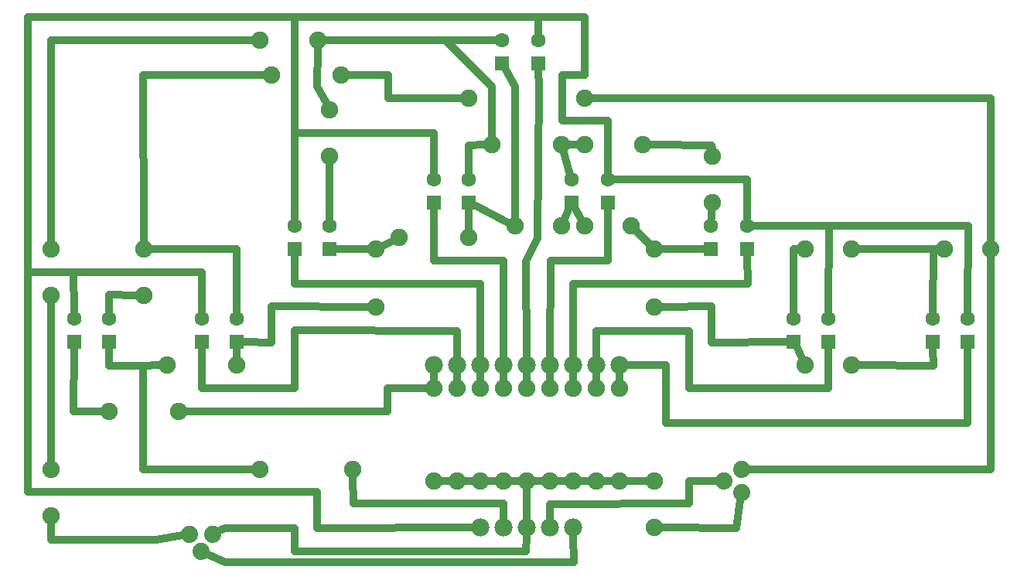
<source format=gbl>
G04 MADE WITH FRITZING*
G04 WWW.FRITZING.ORG*
G04 DOUBLE SIDED*
G04 HOLES PLATED*
G04 CONTOUR ON CENTER OF CONTOUR VECTOR*
%ASAXBY*%
%FSLAX23Y23*%
%MOIN*%
%OFA0B0*%
%SFA1.0B1.0*%
%ADD10C,0.062992*%
%ADD11C,0.078000*%
%ADD12C,0.075000*%
%ADD13C,0.074000*%
%ADD14R,0.062992X0.062992*%
%ADD15C,0.032000*%
%LNCOPPER0*%
G90*
G70*
G54D10*
X400Y1030D03*
X400Y1129D03*
X400Y1030D03*
X400Y1129D03*
X250Y1030D03*
X250Y1129D03*
X250Y1030D03*
X250Y1129D03*
X3950Y1030D03*
X3950Y1129D03*
X3950Y1030D03*
X3950Y1129D03*
X4100Y1030D03*
X4100Y1129D03*
X4100Y1030D03*
X4100Y1129D03*
X3350Y1030D03*
X3350Y1129D03*
X3350Y1030D03*
X3350Y1129D03*
X3500Y1030D03*
X3500Y1129D03*
X3500Y1030D03*
X3500Y1129D03*
X950Y1030D03*
X950Y1129D03*
X950Y1030D03*
X950Y1129D03*
X800Y1030D03*
X800Y1129D03*
X800Y1030D03*
X800Y1129D03*
X1350Y1430D03*
X1350Y1529D03*
X1350Y1430D03*
X1350Y1529D03*
X1200Y1430D03*
X1200Y1529D03*
X1200Y1430D03*
X1200Y1529D03*
X2993Y1430D03*
X2993Y1529D03*
X2993Y1430D03*
X2993Y1529D03*
X3150Y1430D03*
X3150Y1529D03*
X3150Y1430D03*
X3150Y1529D03*
X2393Y1630D03*
X2393Y1729D03*
X2393Y1630D03*
X2393Y1729D03*
X2550Y1630D03*
X2550Y1729D03*
X2550Y1630D03*
X2550Y1729D03*
X1800Y1630D03*
X1800Y1729D03*
X1800Y1630D03*
X1800Y1729D03*
X1950Y1630D03*
X1950Y1729D03*
X1950Y1630D03*
X1950Y1729D03*
X2250Y2230D03*
X2250Y2329D03*
X2250Y2230D03*
X2250Y2329D03*
X2093Y2230D03*
X2093Y2329D03*
X2093Y2230D03*
X2093Y2329D03*
G54D11*
X2000Y229D03*
X2100Y229D03*
X2200Y229D03*
X2300Y229D03*
X2400Y229D03*
X1800Y929D03*
X1900Y929D03*
X2000Y929D03*
X2100Y929D03*
X2200Y929D03*
X2300Y929D03*
X2400Y929D03*
X2500Y929D03*
X2600Y929D03*
G54D12*
X2600Y429D03*
X2600Y829D03*
X2500Y429D03*
X2500Y829D03*
X2400Y429D03*
X2400Y829D03*
X2300Y429D03*
X2300Y829D03*
X2200Y429D03*
X2200Y829D03*
X2100Y429D03*
X2100Y829D03*
X2000Y429D03*
X2000Y829D03*
X1900Y429D03*
X1900Y829D03*
X1050Y479D03*
X1450Y479D03*
X1800Y429D03*
X1800Y829D03*
X150Y279D03*
X150Y479D03*
X150Y1229D03*
X150Y1429D03*
X1350Y1829D03*
X1350Y2029D03*
X1550Y1179D03*
X1550Y1429D03*
X550Y1229D03*
X550Y1429D03*
X650Y929D03*
X950Y929D03*
X400Y729D03*
X700Y729D03*
X2750Y429D03*
X2750Y229D03*
X1100Y2179D03*
X1400Y2179D03*
X1950Y2079D03*
X2450Y2079D03*
X2450Y1879D03*
X2700Y1879D03*
X1050Y2329D03*
X1300Y2329D03*
X2050Y1879D03*
X2350Y1879D03*
X3000Y1829D03*
X3000Y1629D03*
X3400Y1429D03*
X3600Y1429D03*
X4000Y1429D03*
X4200Y1429D03*
X3400Y929D03*
X3600Y929D03*
X2750Y1429D03*
X2750Y1179D03*
X2450Y1529D03*
X2650Y1529D03*
X1650Y1479D03*
X1950Y1479D03*
X2150Y1529D03*
X2350Y1529D03*
G54D13*
X3125Y379D03*
X3050Y429D03*
X3125Y479D03*
X847Y200D03*
X797Y125D03*
X747Y200D03*
G54D14*
X400Y1030D03*
X400Y1030D03*
X250Y1030D03*
X250Y1030D03*
X3950Y1030D03*
X3950Y1030D03*
X4100Y1030D03*
X4100Y1030D03*
X3350Y1030D03*
X3350Y1030D03*
X3500Y1030D03*
X3500Y1030D03*
X950Y1030D03*
X950Y1030D03*
X800Y1030D03*
X800Y1030D03*
X1350Y1430D03*
X1350Y1430D03*
X1200Y1430D03*
X1200Y1430D03*
X2993Y1430D03*
X2993Y1430D03*
X3150Y1430D03*
X3150Y1430D03*
X2393Y1630D03*
X2393Y1630D03*
X2550Y1630D03*
X2550Y1630D03*
X1800Y1630D03*
X1800Y1630D03*
X1950Y1630D03*
X1950Y1630D03*
X2250Y2230D03*
X2250Y2230D03*
X2093Y2230D03*
X2093Y2230D03*
G54D15*
X2149Y2129D02*
X2109Y2202D01*
D02*
X2150Y1563D02*
X2149Y2129D01*
D02*
X2120Y1544D02*
X1979Y1616D01*
D02*
X1950Y1513D02*
X1950Y1598D01*
D02*
X1100Y1181D02*
X1100Y1027D01*
D02*
X1100Y1027D02*
X983Y1030D01*
D02*
X1516Y1179D02*
X1100Y1181D01*
D02*
X950Y1161D02*
X951Y1429D01*
D02*
X951Y1429D02*
X585Y1429D01*
D02*
X399Y1231D02*
X400Y1161D01*
D02*
X516Y1229D02*
X399Y1231D01*
D02*
X2434Y1558D02*
X2409Y1602D01*
D02*
X2998Y1027D02*
X2998Y1181D01*
D02*
X3318Y1030D02*
X2998Y1027D01*
D02*
X2998Y1181D02*
X2785Y1179D01*
D02*
X3952Y927D02*
X3635Y929D01*
D02*
X3951Y998D02*
X3952Y927D01*
D02*
X3385Y959D02*
X3365Y1001D01*
D02*
X4201Y480D02*
X3158Y479D01*
D02*
X4200Y1395D02*
X4201Y480D01*
D02*
X3952Y1429D02*
X3951Y1161D01*
D02*
X3966Y1429D02*
X3952Y1429D01*
D02*
X1016Y479D02*
X548Y480D01*
D02*
X548Y480D02*
X548Y927D01*
D02*
X548Y927D02*
X399Y927D01*
D02*
X548Y927D02*
X616Y928D01*
D02*
X399Y927D02*
X400Y998D01*
D02*
X2099Y331D02*
X1453Y331D01*
D02*
X1453Y331D02*
X1451Y445D01*
D02*
X2100Y264D02*
X2099Y331D01*
D02*
X3966Y1429D02*
X3635Y1429D01*
D02*
X3350Y1161D02*
X3351Y1429D01*
D02*
X3351Y1429D02*
X3366Y1429D01*
D02*
X2200Y893D02*
X2200Y863D01*
D02*
X2500Y893D02*
X2500Y863D01*
D02*
X2600Y893D02*
X2600Y863D01*
D02*
X2300Y893D02*
X2300Y863D01*
D02*
X2400Y893D02*
X2400Y863D01*
D02*
X2100Y893D02*
X2100Y863D01*
D02*
X2998Y1595D02*
X2995Y1561D01*
D02*
X2402Y78D02*
X2401Y193D01*
D02*
X901Y78D02*
X2402Y78D01*
D02*
X827Y112D02*
X901Y78D01*
D02*
X2198Y127D02*
X1199Y127D01*
D02*
X901Y227D02*
X876Y215D01*
D02*
X1199Y227D02*
X901Y227D01*
D02*
X1199Y127D02*
X1199Y227D01*
D02*
X2200Y193D02*
X2198Y127D01*
D02*
X1350Y1795D02*
X1350Y1561D01*
D02*
X1950Y1877D02*
X1950Y1761D01*
D02*
X2016Y1878D02*
X1950Y1877D01*
D02*
X2384Y1760D02*
X2360Y1846D01*
D02*
X1950Y1877D02*
X1950Y1761D01*
D02*
X2016Y1878D02*
X1950Y1877D01*
D02*
X150Y2329D02*
X150Y1463D01*
D02*
X1016Y2329D02*
X150Y2329D01*
D02*
X150Y1195D02*
X150Y513D01*
D02*
X1850Y2329D02*
X1335Y2329D01*
D02*
X2060Y2329D02*
X1850Y2329D01*
D02*
X1850Y2329D02*
X2049Y2130D01*
D02*
X2049Y2130D02*
X2050Y1913D01*
D02*
X1300Y2295D02*
X1298Y2130D01*
D02*
X1298Y2130D02*
X1335Y2059D01*
D02*
X150Y177D02*
X603Y177D01*
D02*
X603Y177D02*
X715Y195D01*
D02*
X150Y245D02*
X150Y177D01*
D02*
X2998Y1877D02*
X2999Y1863D01*
D02*
X2735Y1878D02*
X2998Y1877D01*
D02*
X2385Y1879D02*
X2416Y1879D01*
D02*
X548Y2180D02*
X1066Y2179D01*
D02*
X550Y1463D02*
X548Y2180D01*
D02*
X1602Y2180D02*
X1435Y2179D01*
D02*
X1602Y2080D02*
X1602Y2180D01*
D02*
X1916Y2079D02*
X1602Y2080D01*
D02*
X4201Y2080D02*
X2485Y2079D01*
D02*
X4200Y1463D02*
X4201Y2080D01*
D02*
X2716Y429D02*
X2635Y429D01*
D02*
X3103Y227D02*
X2785Y229D01*
D02*
X3121Y346D02*
X3103Y227D01*
D02*
X2253Y2130D02*
X2251Y2198D01*
D02*
X2198Y1377D02*
X2248Y1477D01*
D02*
X2248Y1477D02*
X2253Y2130D01*
D02*
X2200Y964D02*
X2198Y1377D01*
D02*
X1801Y1378D02*
X1800Y1598D01*
D02*
X2099Y1378D02*
X1801Y1378D01*
D02*
X2100Y964D02*
X2099Y1378D01*
D02*
X2549Y1378D02*
X2550Y1598D01*
D02*
X2302Y1378D02*
X2549Y1378D01*
D02*
X2300Y964D02*
X2302Y1378D01*
D02*
X1200Y1280D02*
X1200Y1398D01*
D02*
X2001Y1280D02*
X1200Y1280D01*
D02*
X2000Y964D02*
X2001Y1280D01*
D02*
X2399Y1280D02*
X3152Y1280D01*
D02*
X3152Y1280D02*
X3151Y1398D01*
D02*
X2400Y964D02*
X2399Y1280D01*
D02*
X3501Y830D02*
X3500Y998D01*
D02*
X2899Y1077D02*
X2901Y828D01*
D02*
X2501Y1077D02*
X2899Y1077D01*
D02*
X2901Y828D02*
X3501Y830D01*
D02*
X2501Y964D02*
X2501Y1077D01*
D02*
X2800Y928D02*
X2636Y929D01*
D02*
X2800Y679D02*
X2800Y928D01*
D02*
X3000Y679D02*
X2800Y679D01*
D02*
X4101Y679D02*
X3000Y679D01*
D02*
X4100Y998D02*
X4101Y679D01*
D02*
X1200Y1079D02*
X1900Y1077D01*
D02*
X800Y830D02*
X1200Y830D01*
D02*
X1200Y830D02*
X1200Y1079D01*
D02*
X1900Y1077D02*
X1900Y964D01*
D02*
X800Y998D02*
X800Y830D01*
D02*
X1800Y893D02*
X1800Y863D01*
D02*
X1900Y893D02*
X1900Y863D01*
D02*
X2000Y893D02*
X2000Y863D01*
D02*
X1866Y429D02*
X1835Y429D01*
D02*
X1966Y429D02*
X1935Y429D01*
D02*
X2066Y429D02*
X2035Y429D01*
D02*
X2135Y429D02*
X2166Y429D01*
D02*
X2235Y429D02*
X2266Y429D01*
D02*
X2335Y429D02*
X2366Y429D01*
D02*
X2435Y429D02*
X2466Y429D01*
D02*
X2535Y429D02*
X2566Y429D01*
D02*
X2200Y395D02*
X2200Y264D01*
D02*
X51Y1330D02*
X51Y381D01*
D02*
X2250Y2428D02*
X1200Y2428D01*
D02*
X51Y2428D02*
X51Y1529D01*
D02*
X951Y2428D02*
X51Y2428D01*
D02*
X51Y1529D02*
X51Y1330D01*
D02*
X1200Y2428D02*
X951Y2428D01*
D02*
X1298Y381D02*
X1298Y227D01*
D02*
X1298Y227D02*
X1965Y229D01*
D02*
X51Y381D02*
X1298Y381D01*
D02*
X2250Y2361D02*
X2250Y2428D01*
D02*
X248Y1329D02*
X250Y1161D01*
D02*
X51Y1330D02*
X248Y1329D01*
D02*
X800Y1329D02*
X800Y1161D01*
D02*
X248Y1329D02*
X800Y1329D01*
D02*
X1200Y1929D02*
X1200Y1561D01*
D02*
X1200Y2428D02*
X1200Y1929D01*
D02*
X2451Y2180D02*
X2352Y2180D01*
D02*
X2352Y2180D02*
X2352Y1981D01*
D02*
X2551Y1981D02*
X2550Y1761D01*
D02*
X2352Y1981D02*
X2551Y1981D01*
D02*
X2451Y2428D02*
X2451Y2180D01*
D02*
X2250Y2428D02*
X2451Y2428D01*
D02*
X3150Y1729D02*
X3150Y1561D01*
D02*
X2583Y1729D02*
X3150Y1729D01*
D02*
X3502Y1529D02*
X3500Y1161D01*
D02*
X3183Y1529D02*
X3502Y1529D01*
D02*
X4102Y1529D02*
X4101Y1161D01*
D02*
X3502Y1529D02*
X4102Y1529D01*
D02*
X1801Y1929D02*
X1800Y1761D01*
D02*
X1200Y1929D02*
X1801Y1929D01*
D02*
X248Y728D02*
X250Y998D01*
D02*
X366Y729D02*
X248Y728D01*
D02*
X1601Y728D02*
X1601Y830D01*
D02*
X1601Y830D02*
X1766Y829D01*
D02*
X735Y729D02*
X1601Y728D01*
D02*
X2380Y1600D02*
X2364Y1560D01*
D02*
X950Y963D02*
X950Y998D01*
D02*
X2299Y328D02*
X2300Y264D01*
D02*
X2899Y430D02*
X2899Y331D01*
D02*
X2899Y331D02*
X2299Y328D01*
D02*
X3018Y429D02*
X2899Y430D01*
D02*
X1516Y1429D02*
X1383Y1430D01*
D02*
X2966Y1430D02*
X2779Y1429D01*
D02*
X2730Y1449D02*
X2671Y1508D01*
D02*
X1581Y1444D02*
X1620Y1463D01*
G04 End of Copper0*
M02*
</source>
